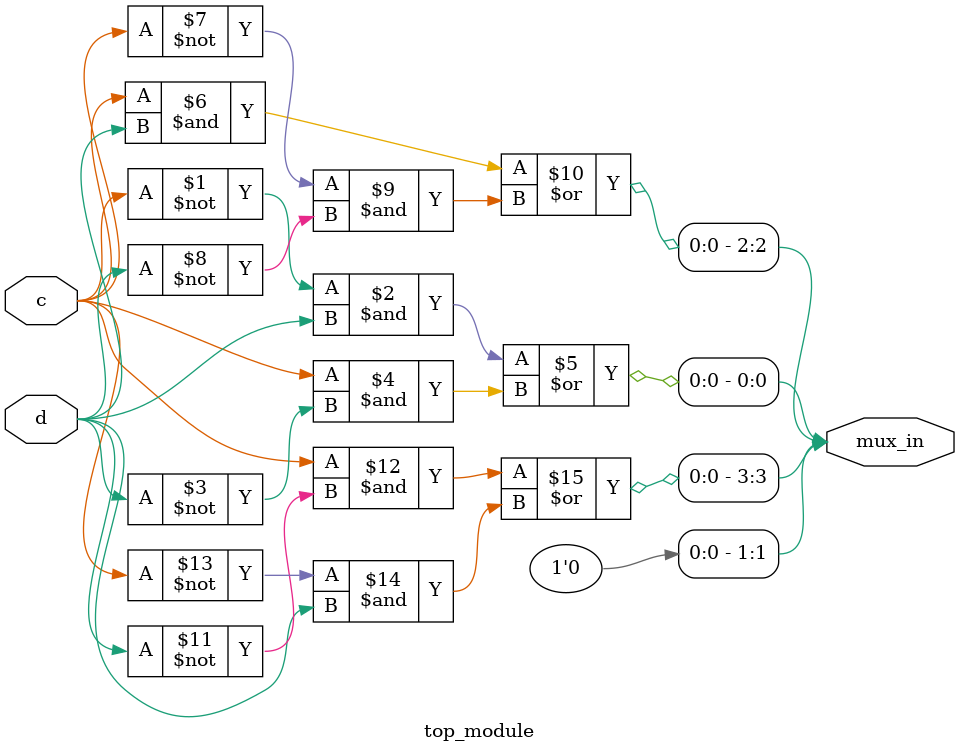
<source format=sv>
module top_module (
	input c,
	input d,
	output [3:0] mux_in
);
    // Assign mux_in based on the given Karnaugh map
    // mux_in[0] corresponds to ab = 00
    // mux_in[1] corresponds to ab = 01
    // mux_in[2] corresponds to ab = 11
    // mux_in[3] corresponds to ab = 10

    assign mux_in[0] = (~c & d) | (c & ~d);              // 1 if cd = 01, or cd = 11, or 10
    assign mux_in[1] = 0;                                // Always 0
    assign mux_in[2] = (c & d) | (~c & ~d);              // 1 if cd = 11
    assign mux_in[3] = (c & ~d) | (~c & d);              // 1 if cd = 10, or cd = 00

endmodule

</source>
